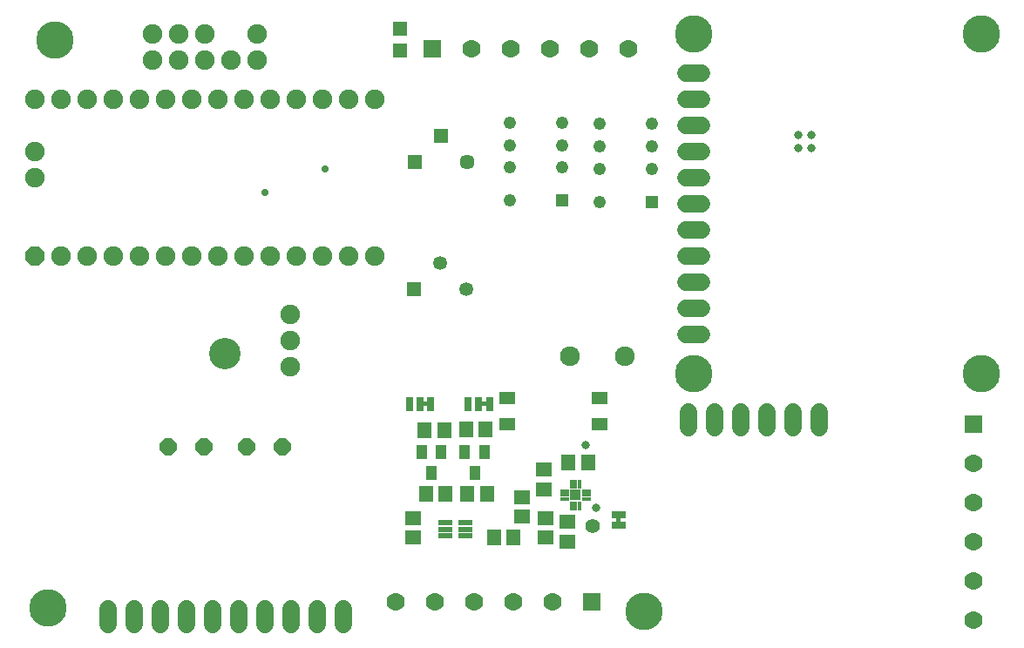
<source format=gbr>
G04 EAGLE Gerber RS-274X export*
G75*
%MOMM*%
%FSLAX34Y34*%
%LPD*%
%INSoldermask Top*%
%IPPOS*%
%AMOC8*
5,1,8,0,0,1.08239X$1,22.5*%
G01*
%ADD10C,1.651000*%
%ADD11C,3.048000*%
%ADD12P,2.061953X8X22.500000*%
%ADD13C,1.905000*%
%ADD14R,1.427000X1.627000*%
%ADD15R,1.127000X1.397000*%
%ADD16R,1.327000X0.527000*%
%ADD17R,1.627000X1.427000*%
%ADD18R,0.787400X1.397000*%
%ADD19R,0.327000X0.827000*%
%ADD20R,0.827000X0.327000*%
%ADD21R,1.077000X1.077000*%
%ADD22R,1.627000X1.227000*%
%ADD23R,1.397000X0.787400*%
%ADD24C,1.447800*%
%ADD25R,1.447800X1.447800*%
%ADD26R,1.777000X1.777000*%
%ADD27C,1.777000*%
%ADD28C,1.927000*%
%ADD29C,3.643000*%
%ADD30P,1.787026X8X112.500000*%
%ADD31R,1.227000X1.227000*%
%ADD32C,1.227000*%
%ADD33R,1.327000X1.327000*%
%ADD34C,1.397000*%
%ADD35R,1.344000X1.344000*%
%ADD36C,1.344000*%
%ADD37C,0.831000*%
%ADD38C,0.731000*%

G36*
X588583Y296430D02*
X588583Y296430D01*
X588649Y296432D01*
X588692Y296450D01*
X588739Y296458D01*
X588796Y296492D01*
X588856Y296517D01*
X588891Y296548D01*
X588932Y296573D01*
X588974Y296624D01*
X589022Y296668D01*
X589044Y296710D01*
X589073Y296747D01*
X589094Y296809D01*
X589125Y296868D01*
X589133Y296922D01*
X589145Y296959D01*
X589144Y296999D01*
X589152Y297053D01*
X589152Y300863D01*
X589141Y300928D01*
X589139Y300994D01*
X589121Y301037D01*
X589113Y301084D01*
X589079Y301141D01*
X589054Y301201D01*
X589023Y301236D01*
X588998Y301277D01*
X588947Y301319D01*
X588903Y301367D01*
X588861Y301389D01*
X588824Y301418D01*
X588762Y301439D01*
X588703Y301470D01*
X588649Y301478D01*
X588612Y301490D01*
X588572Y301489D01*
X588518Y301497D01*
X585978Y301497D01*
X585913Y301486D01*
X585847Y301484D01*
X585804Y301466D01*
X585757Y301458D01*
X585700Y301424D01*
X585640Y301399D01*
X585605Y301368D01*
X585564Y301343D01*
X585523Y301292D01*
X585474Y301248D01*
X585452Y301206D01*
X585423Y301169D01*
X585402Y301107D01*
X585371Y301048D01*
X585363Y300994D01*
X585351Y300957D01*
X585351Y300953D01*
X585351Y300952D01*
X585352Y300917D01*
X585344Y300863D01*
X585344Y297053D01*
X585355Y296988D01*
X585357Y296922D01*
X585375Y296879D01*
X585383Y296832D01*
X585417Y296775D01*
X585442Y296715D01*
X585473Y296680D01*
X585498Y296639D01*
X585549Y296598D01*
X585593Y296549D01*
X585635Y296527D01*
X585672Y296498D01*
X585734Y296477D01*
X585793Y296446D01*
X585847Y296438D01*
X585884Y296426D01*
X585924Y296427D01*
X585978Y296419D01*
X588518Y296419D01*
X588583Y296430D01*
G37*
G36*
X458662Y410095D02*
X458662Y410095D01*
X458728Y410097D01*
X458771Y410115D01*
X458818Y410123D01*
X458875Y410157D01*
X458935Y410182D01*
X458970Y410213D01*
X459011Y410238D01*
X459053Y410289D01*
X459101Y410333D01*
X459123Y410375D01*
X459152Y410412D01*
X459173Y410474D01*
X459204Y410533D01*
X459212Y410587D01*
X459224Y410624D01*
X459223Y410664D01*
X459231Y410718D01*
X459231Y413258D01*
X459220Y413323D01*
X459218Y413389D01*
X459200Y413432D01*
X459192Y413479D01*
X459158Y413536D01*
X459133Y413596D01*
X459102Y413631D01*
X459077Y413672D01*
X459026Y413714D01*
X458982Y413762D01*
X458940Y413784D01*
X458903Y413813D01*
X458841Y413834D01*
X458782Y413865D01*
X458728Y413873D01*
X458691Y413885D01*
X458651Y413884D01*
X458597Y413892D01*
X454787Y413892D01*
X454722Y413881D01*
X454656Y413879D01*
X454613Y413861D01*
X454566Y413853D01*
X454509Y413819D01*
X454449Y413794D01*
X454414Y413763D01*
X454373Y413738D01*
X454332Y413687D01*
X454283Y413643D01*
X454261Y413601D01*
X454232Y413564D01*
X454211Y413502D01*
X454180Y413443D01*
X454172Y413389D01*
X454160Y413352D01*
X454160Y413349D01*
X454161Y413312D01*
X454153Y413258D01*
X454153Y410718D01*
X454164Y410653D01*
X454166Y410587D01*
X454184Y410544D01*
X454192Y410497D01*
X454226Y410440D01*
X454251Y410380D01*
X454282Y410345D01*
X454307Y410304D01*
X454358Y410263D01*
X454402Y410214D01*
X454444Y410192D01*
X454481Y410163D01*
X454543Y410142D01*
X454602Y410111D01*
X454656Y410103D01*
X454693Y410091D01*
X454733Y410092D01*
X454787Y410084D01*
X458597Y410084D01*
X458662Y410095D01*
G37*
G36*
X401512Y410095D02*
X401512Y410095D01*
X401578Y410097D01*
X401621Y410115D01*
X401668Y410123D01*
X401725Y410157D01*
X401785Y410182D01*
X401820Y410213D01*
X401861Y410238D01*
X401903Y410289D01*
X401951Y410333D01*
X401973Y410375D01*
X402002Y410412D01*
X402023Y410474D01*
X402054Y410533D01*
X402062Y410587D01*
X402074Y410624D01*
X402073Y410664D01*
X402081Y410718D01*
X402081Y413258D01*
X402070Y413323D01*
X402068Y413389D01*
X402050Y413432D01*
X402042Y413479D01*
X402008Y413536D01*
X401983Y413596D01*
X401952Y413631D01*
X401927Y413672D01*
X401876Y413714D01*
X401832Y413762D01*
X401790Y413784D01*
X401753Y413813D01*
X401691Y413834D01*
X401632Y413865D01*
X401578Y413873D01*
X401541Y413885D01*
X401501Y413884D01*
X401447Y413892D01*
X397637Y413892D01*
X397572Y413881D01*
X397506Y413879D01*
X397463Y413861D01*
X397416Y413853D01*
X397359Y413819D01*
X397299Y413794D01*
X397264Y413763D01*
X397223Y413738D01*
X397182Y413687D01*
X397133Y413643D01*
X397111Y413601D01*
X397082Y413564D01*
X397061Y413502D01*
X397030Y413443D01*
X397022Y413389D01*
X397010Y413352D01*
X397010Y413349D01*
X397011Y413312D01*
X397003Y413258D01*
X397003Y410718D01*
X397014Y410653D01*
X397016Y410587D01*
X397034Y410544D01*
X397042Y410497D01*
X397076Y410440D01*
X397101Y410380D01*
X397132Y410345D01*
X397157Y410304D01*
X397208Y410263D01*
X397252Y410214D01*
X397294Y410192D01*
X397331Y410163D01*
X397393Y410142D01*
X397452Y410111D01*
X397506Y410103D01*
X397543Y410091D01*
X397583Y410092D01*
X397637Y410084D01*
X401447Y410084D01*
X401512Y410095D01*
G37*
D10*
X652780Y733679D02*
X668020Y733679D01*
X668020Y708279D02*
X652780Y708279D01*
X652780Y682879D02*
X668020Y682879D01*
X668020Y657479D02*
X652780Y657479D01*
X652780Y632079D02*
X668020Y632079D01*
X668020Y606679D02*
X652780Y606679D01*
X652780Y581279D02*
X668020Y581279D01*
X668020Y555879D02*
X652780Y555879D01*
X652780Y530479D02*
X668020Y530479D01*
X668020Y505079D02*
X652780Y505079D01*
X652780Y479679D02*
X668020Y479679D01*
D11*
X204597Y460756D03*
X39497Y765556D03*
D12*
X20447Y556006D03*
D13*
X20447Y632206D03*
X20447Y657606D03*
X134747Y746506D03*
X160147Y746506D03*
X134747Y771906D03*
X160147Y771906D03*
X185547Y746506D03*
X210947Y746506D03*
X236347Y746506D03*
X185547Y771906D03*
X236347Y771906D03*
X45847Y556006D03*
X71247Y556006D03*
X96647Y556006D03*
X122047Y556006D03*
X147447Y556006D03*
X172847Y556006D03*
X198247Y556006D03*
X223647Y556006D03*
X249047Y556006D03*
X274447Y556006D03*
X299847Y556006D03*
X325247Y556006D03*
X350647Y556006D03*
X20447Y708406D03*
X45847Y708406D03*
X71247Y708406D03*
X96647Y708406D03*
X122047Y708406D03*
X147447Y708406D03*
X172847Y708406D03*
X198247Y708406D03*
X223647Y708406D03*
X249047Y708406D03*
X274447Y708406D03*
X299847Y708406D03*
X325247Y708406D03*
X350647Y708406D03*
X268097Y448056D03*
X268097Y473456D03*
X268097Y498856D03*
D14*
X398932Y386588D03*
X417932Y386588D03*
X458318Y386842D03*
X439318Y386842D03*
X400202Y324358D03*
X419202Y324358D03*
X459588Y324612D03*
X440588Y324612D03*
D15*
X405638Y345092D03*
X396138Y365092D03*
X415138Y365092D03*
X447548Y345092D03*
X438048Y365092D03*
X457048Y365092D03*
D16*
X419252Y296568D03*
X419252Y290068D03*
X419252Y283568D03*
X438252Y283568D03*
X438252Y290068D03*
X438252Y296568D03*
D17*
X388112Y282092D03*
X388112Y301092D03*
D18*
X384048Y411988D03*
X394462Y411988D03*
X404876Y411988D03*
X441198Y411988D03*
X451612Y411988D03*
X462026Y411988D03*
D10*
X782257Y404241D02*
X782257Y389001D01*
X756857Y389001D02*
X756857Y404241D01*
X731457Y404241D02*
X731457Y389001D01*
X706057Y389001D02*
X706057Y404241D01*
X680657Y404241D02*
X680657Y389001D01*
X655257Y389001D02*
X655257Y404241D01*
D19*
X541592Y312842D03*
X545592Y312842D03*
X549592Y312842D03*
D20*
X556092Y319342D03*
X556092Y323342D03*
X556092Y327342D03*
D19*
X549592Y333842D03*
X545592Y333842D03*
X541592Y333842D03*
D20*
X535092Y327342D03*
X535092Y323342D03*
X535092Y319342D03*
D21*
X545592Y323342D03*
D22*
X568560Y392590D03*
X568560Y417990D03*
X479560Y417990D03*
X479560Y392590D03*
D17*
X493268Y321158D03*
X493268Y302158D03*
X516382Y282092D03*
X516382Y301092D03*
X537718Y297028D03*
X537718Y278028D03*
D14*
X466242Y282448D03*
X485242Y282448D03*
X538632Y354838D03*
X557632Y354838D03*
D17*
X515112Y329082D03*
X515112Y348082D03*
D23*
X587248Y304165D03*
X587248Y293751D03*
D24*
X440090Y647400D03*
D25*
X414690Y672800D03*
X389290Y647400D03*
D26*
X406400Y757000D03*
D27*
X444500Y757000D03*
X482600Y757000D03*
X520700Y757000D03*
X558800Y757000D03*
X596900Y757000D03*
D26*
X561580Y219790D03*
D27*
X523480Y219790D03*
X485380Y219790D03*
X447280Y219790D03*
X409180Y219790D03*
X371080Y219790D03*
D26*
X932481Y392176D03*
D27*
X932481Y354076D03*
X932481Y315976D03*
X932481Y277876D03*
X932481Y239776D03*
X932481Y201676D03*
D28*
X540300Y458040D03*
X593300Y458040D03*
D10*
X91440Y213170D02*
X91440Y197930D01*
X116840Y197930D02*
X116840Y213170D01*
X142240Y213170D02*
X142240Y197930D01*
X167640Y197930D02*
X167640Y213170D01*
X193040Y213170D02*
X193040Y197930D01*
X218440Y197930D02*
X218440Y213170D01*
X243840Y213170D02*
X243840Y197930D01*
X269240Y197930D02*
X269240Y213170D01*
X294640Y213170D02*
X294640Y197930D01*
X320040Y197930D02*
X320040Y213170D01*
D29*
X939800Y771779D03*
X660400Y771779D03*
X660400Y441579D03*
X939800Y441579D03*
D30*
X260858Y370650D03*
X225806Y370650D03*
X149670Y370650D03*
X184658Y370650D03*
D31*
X532200Y609600D03*
D32*
X532200Y641600D03*
X532200Y663600D03*
X532200Y685600D03*
X481400Y685600D03*
X481400Y663600D03*
X481400Y641600D03*
X481400Y609600D03*
D33*
X374868Y755882D03*
X374868Y776882D03*
D29*
X39878Y765556D03*
X33100Y213200D03*
D34*
X562102Y292862D03*
D31*
X619830Y608330D03*
D32*
X619830Y640330D03*
X619830Y662330D03*
X619830Y684330D03*
X569030Y684330D03*
X569030Y662330D03*
X569030Y640330D03*
X569030Y608330D03*
D29*
X612267Y209931D03*
D35*
X388620Y523240D03*
D36*
X414020Y548640D03*
X439420Y523240D03*
D37*
X554990Y372110D03*
X565150Y311150D03*
D38*
X302260Y640080D03*
X243840Y617220D03*
D37*
X762000Y673100D03*
X762000Y660400D03*
X774700Y673100D03*
X774700Y660400D03*
M02*

</source>
